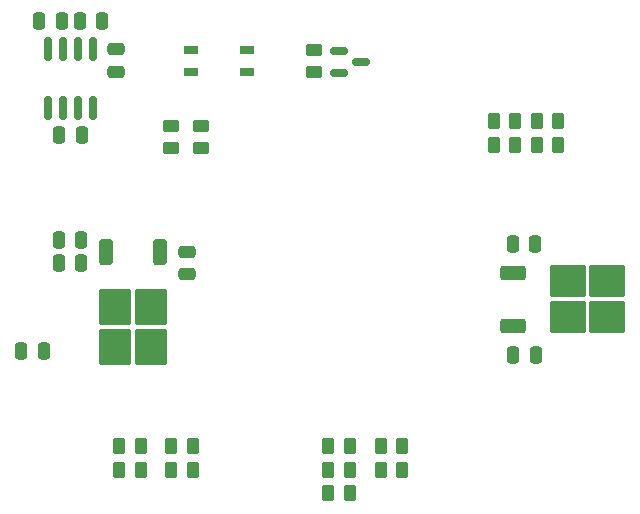
<source format=gtp>
%TF.GenerationSoftware,KiCad,Pcbnew,9.0.2*%
%TF.CreationDate,2026-01-01T17:21:28+07:00*%
%TF.ProjectId,ControlMikon,436f6e74-726f-46c4-9d69-6b6f6e2e6b69,rev?*%
%TF.SameCoordinates,Original*%
%TF.FileFunction,Paste,Top*%
%TF.FilePolarity,Positive*%
%FSLAX46Y46*%
G04 Gerber Fmt 4.6, Leading zero omitted, Abs format (unit mm)*
G04 Created by KiCad (PCBNEW 9.0.2) date 2026-01-01 17:21:28*
%MOMM*%
%LPD*%
G01*
G04 APERTURE LIST*
G04 Aperture macros list*
%AMRoundRect*
0 Rectangle with rounded corners*
0 $1 Rounding radius*
0 $2 $3 $4 $5 $6 $7 $8 $9 X,Y pos of 4 corners*
0 Add a 4 corners polygon primitive as box body*
4,1,4,$2,$3,$4,$5,$6,$7,$8,$9,$2,$3,0*
0 Add four circle primitives for the rounded corners*
1,1,$1+$1,$2,$3*
1,1,$1+$1,$4,$5*
1,1,$1+$1,$6,$7*
1,1,$1+$1,$8,$9*
0 Add four rect primitives between the rounded corners*
20,1,$1+$1,$2,$3,$4,$5,0*
20,1,$1+$1,$4,$5,$6,$7,0*
20,1,$1+$1,$6,$7,$8,$9,0*
20,1,$1+$1,$8,$9,$2,$3,0*%
G04 Aperture macros list end*
%ADD10RoundRect,0.250000X0.250000X0.475000X-0.250000X0.475000X-0.250000X-0.475000X0.250000X-0.475000X0*%
%ADD11RoundRect,0.250000X-0.850000X-0.350000X0.850000X-0.350000X0.850000X0.350000X-0.850000X0.350000X0*%
%ADD12RoundRect,0.250000X-1.275000X-1.125000X1.275000X-1.125000X1.275000X1.125000X-1.275000X1.125000X0*%
%ADD13RoundRect,0.250000X-0.250000X-0.475000X0.250000X-0.475000X0.250000X0.475000X-0.250000X0.475000X0*%
%ADD14RoundRect,0.250000X-0.350000X0.850000X-0.350000X-0.850000X0.350000X-0.850000X0.350000X0.850000X0*%
%ADD15RoundRect,0.250000X-1.125000X1.275000X-1.125000X-1.275000X1.125000X-1.275000X1.125000X1.275000X0*%
%ADD16RoundRect,0.250000X-0.262500X-0.450000X0.262500X-0.450000X0.262500X0.450000X-0.262500X0.450000X0*%
%ADD17RoundRect,0.150000X-0.587500X-0.150000X0.587500X-0.150000X0.587500X0.150000X-0.587500X0.150000X0*%
%ADD18RoundRect,0.250000X0.262500X0.450000X-0.262500X0.450000X-0.262500X-0.450000X0.262500X-0.450000X0*%
%ADD19RoundRect,0.250000X0.475000X-0.250000X0.475000X0.250000X-0.475000X0.250000X-0.475000X-0.250000X0*%
%ADD20RoundRect,0.250000X-0.475000X0.250000X-0.475000X-0.250000X0.475000X-0.250000X0.475000X0.250000X0*%
%ADD21RoundRect,0.250000X-0.450000X0.262500X-0.450000X-0.262500X0.450000X-0.262500X0.450000X0.262500X0*%
%ADD22R,1.200000X0.700000*%
%ADD23RoundRect,0.150000X0.150000X-0.825000X0.150000X0.825000X-0.150000X0.825000X-0.150000X-0.825000X0*%
G04 APERTURE END LIST*
D10*
%TO.C,C2*%
X212878126Y-159761846D03*
X214778126Y-159761846D03*
%TD*%
%TO.C,C1*%
X212875000Y-150352500D03*
X214775000Y-150352500D03*
%TD*%
D11*
%TO.C,U1*%
X212875000Y-157352500D03*
X212875000Y-152792500D03*
D12*
X220850000Y-156597500D03*
X220850000Y-153547500D03*
X217500000Y-156597500D03*
X217500000Y-153547500D03*
%TD*%
D13*
%TO.C,C77*%
X174403061Y-152000000D03*
X176303061Y-152000000D03*
%TD*%
D14*
%TO.C,U2*%
X178440000Y-151094188D03*
X183000000Y-151094188D03*
D15*
X179195000Y-159069188D03*
X182245000Y-159069188D03*
X179195000Y-155719188D03*
X182245000Y-155719188D03*
%TD*%
D10*
%TO.C,C64*%
X174400000Y-150000000D03*
X176300000Y-150000000D03*
%TD*%
%TO.C,C36*%
X176350000Y-141150000D03*
X174450000Y-141150000D03*
%TD*%
D13*
%TO.C,C38*%
X176200000Y-131500000D03*
X178100000Y-131500000D03*
%TD*%
D16*
%TO.C,R91*%
X183925000Y-167500000D03*
X185750000Y-167500000D03*
%TD*%
D10*
%TO.C,C39*%
X174650000Y-131500000D03*
X172750000Y-131500000D03*
%TD*%
D17*
%TO.C,D19*%
X198150000Y-134025000D03*
X198150000Y-135925000D03*
X200025000Y-134975000D03*
%TD*%
D18*
%TO.C,R2*%
X199075000Y-169500000D03*
X197250000Y-169500000D03*
%TD*%
D16*
%TO.C,R82*%
X214868960Y-140000000D03*
X216693960Y-140000000D03*
%TD*%
D19*
%TO.C,C76*%
X185250000Y-152944188D03*
X185250000Y-151044188D03*
%TD*%
D18*
%TO.C,R83*%
X213075000Y-142000000D03*
X211250000Y-142000000D03*
%TD*%
D20*
%TO.C,C37*%
X179300000Y-133900000D03*
X179300000Y-135800000D03*
%TD*%
D18*
%TO.C,R3*%
X199073354Y-171500000D03*
X197248354Y-171500000D03*
%TD*%
D16*
%TO.C,R86*%
X201678825Y-169500000D03*
X203503825Y-169500000D03*
%TD*%
D18*
%TO.C,R90*%
X185750000Y-169500000D03*
X183925000Y-169500000D03*
%TD*%
%TO.C,R89*%
X181376000Y-169500000D03*
X179551000Y-169500000D03*
%TD*%
%TO.C,R81*%
X216693960Y-142000000D03*
X214868960Y-142000000D03*
%TD*%
D16*
%TO.C,R88*%
X179550259Y-167500000D03*
X181375259Y-167500000D03*
%TD*%
D21*
%TO.C,R31*%
X196050000Y-133975000D03*
X196050000Y-135800000D03*
%TD*%
D22*
%TO.C,FL1*%
X185650000Y-135775000D03*
X190350000Y-135775000D03*
X190350000Y-133975000D03*
X185650000Y-133975000D03*
%TD*%
D23*
%TO.C,U8*%
X173510000Y-138850000D03*
X174780000Y-138850000D03*
X176050000Y-138850000D03*
X177320000Y-138850000D03*
X177320000Y-133900000D03*
X176050000Y-133900000D03*
X174780000Y-133900000D03*
X173510000Y-133900000D03*
%TD*%
D16*
%TO.C,R1*%
X197250000Y-167500000D03*
X199075000Y-167500000D03*
%TD*%
D18*
%TO.C,R85*%
X203500000Y-167500000D03*
X201675000Y-167500000D03*
%TD*%
D21*
%TO.C,R78*%
X183928179Y-140425000D03*
X183928179Y-142250000D03*
%TD*%
D16*
%TO.C,R84*%
X211253220Y-140000000D03*
X213078220Y-140000000D03*
%TD*%
D13*
%TO.C,C65*%
X171228875Y-159450000D03*
X173128875Y-159450000D03*
%TD*%
D21*
%TO.C,R77*%
X186465979Y-140425000D03*
X186465979Y-142250000D03*
%TD*%
M02*

</source>
